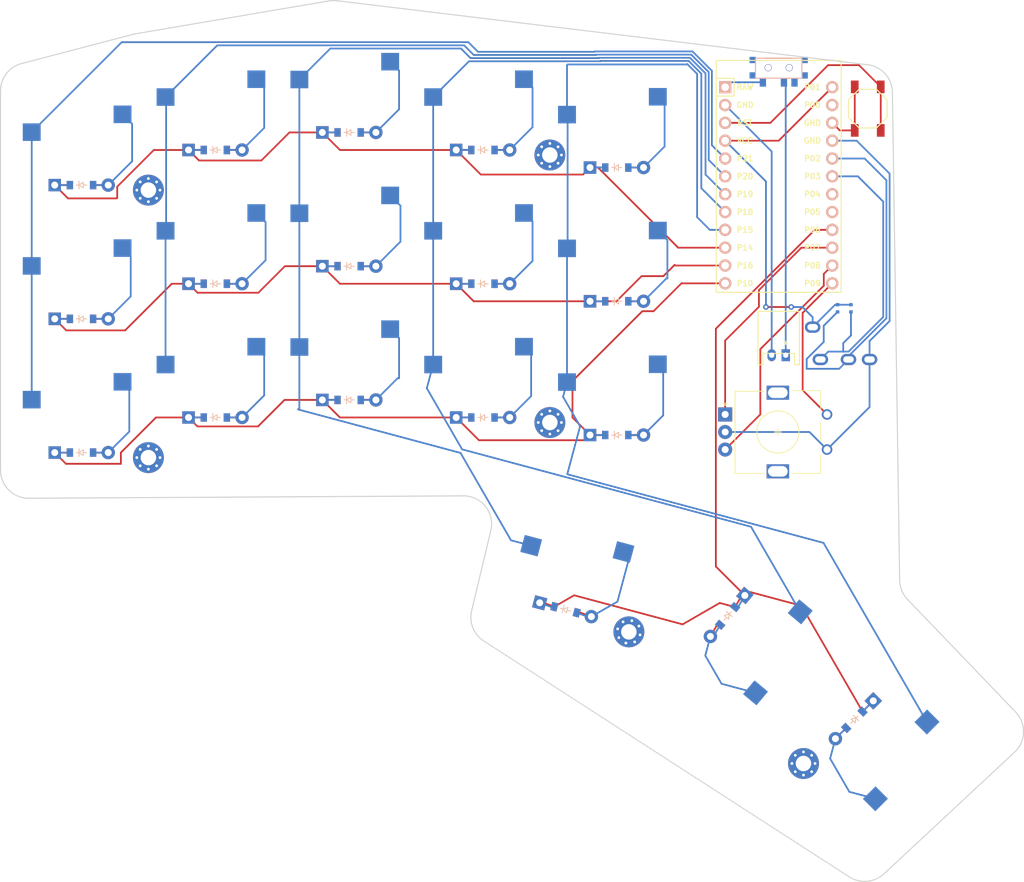
<source format=kicad_pcb>
(kicad_pcb (version 20221018) (generator pcbnew)
  (title_block (title "juubo_left") (rev "v1.0.0") (company "Unknown"))
  (layers (0 "F.Cu" signal) (31 "B.Cu" signal) (34 "B.Paste" user) (35 "F.Paste" user) (36 "B.SilkS" user "B.Silkscreen") (37 "F.SilkS" user "F.Silkscreen") (38 "B.Mask" user) (39 "F.Mask" user) (44 "Edge.Cuts" user))
  (net 0 "")
  (net 1 "P9")
  (net 2 "GND")
  (net 3 "P7")
  (net 4 "P8")
  (net 5 "P21")
  (net 6 "pinky_bottom")
  (net 7 "pinky_home")
  (net 8 "pinky_top")
  (net 9 "P20")
  (net 10 "ring_bottom")
  (net 11 "ring_home")
  (net 12 "ring_top")
  (net 13 "P19")
  (net 14 "middle_bottom")
  (net 15 "middle_home")
  (net 16 "middle_top")
  (net 17 "P18")
  (net 18 "index_bottom")
  (net 19 "index_home")
  (net 20 "index_top")
  (net 21 "P15")
  (net 22 "inner_bottom")
  (net 23 "inner_home")
  (net 24 "inner_top")
  (net 25 "layer_cluster")
  (net 26 "space_cluster")
  (net 27 "extra_cluster")
  (net 28 "P10")
  (net 29 "P16")
  (net 30 "P14")
  (net 31 "P6")
  (net 32 "RAW")
  (net 33 "RST")
  (net 34 "VCC")
  (net 35 "P0")
  (net 36 "P2")
  (net 37 "P3")
  (net 38 "P4")
  (net 39 "P5")
  (net 40 "B+")
  (footprint "E73:SPDT_C128955" (layer "F.Cu") (at 187.613786 48.115911)
    (fp_text reference "T1" hide)
    (fp_text value "" hide)
  )
  (footprint "E73:SW_TACT_ALPS_SKQGABE010" (layer "F.Cu") (at 200.291286 53.94591 90)
    (fp_text reference "B1" hide)
    (fp_text value "" hide)
  )
  (footprint "JST_PH_S2B-PH-K_02x2.00mm_Angled" (layer "F.Cu") (at 187.613785 89.063409 180)
    (fp_text reference "JST1" hide)
    (fp_text value "" hide)
  )
  (footprint "ComboDiode" (layer "F.Cu") (at 107.413787 97.935909)
    (fp_text reference "D4" hide)
    (fp_text value "" hide)
  )
  (footprint "MX" (layer "F.Cu") (at 126.463783 52.335909)
    (fp_text reference "S9" hide)
    (fp_text value "" hide)
  )
  (footprint "ComboDiode" (layer "F.Cu") (at 107.413784 59.835912)
    (fp_text reference "D6" hide)
    (fp_text value "" hide)
  )
  (footprint "TRRS-PJ-320A-dual" (layer "F.Cu") (at 203.748785 89.673409 -90)
    (fp_text reference "TRRS1")
    (fp_text value "TRRS-PJ-320A-dual")
  )
  (footprint "ComboDiode" (layer "F.Cu") (at 107.413783 78.885908)
    (fp_text reference "D5" hide)
    (fp_text value "" hide)
  )
  (footprint "MX" (layer "F.Cu") (at 88.363786 97.935909)
    (fp_text reference "S1" hide)
    (fp_text value "" hide)
  )
  (footprint "MX" (layer "F.Cu") (at 107.413785 54.83591)
    (fp_text reference "S6" hide)
    (fp_text value "" hide)
  )
  (footprint "ComboDiode" (layer "F.Cu") (at 164.563785 62.335911)
    (fp_text reference "D15" hide)
    (fp_text value "" hide)
  )
  (footprint "MX" (layer "F.Cu") (at 126.463784 90.435911)
    (fp_text reference "S7" hide)
    (fp_text value "" hide)
  )
  (footprint "MX" (layer "F.Cu") (at 145.513785 92.93591)
    (fp_text reference "S10" hide)
    (fp_text value "" hide)
  )
  (footprint "MountingHole_2.2mm_M2_Pad_Via" (layer "F.Cu") (at 155.038789 60.55091)
    (fp_text reference "_2" hide)
    (fp_text value "")
  )
  (footprint "rotary_encoder" (layer "F.Cu") (at 187.613785 100.045912)
    (fp_text reference "ROT1" hide)
    (fp_text value "")
  )
  (footprint "ComboDiode" (layer "F.Cu") (at 126.463784 76.385911)
    (fp_text reference "D8" hide)
    (fp_text value "" hide)
  )
  (footprint "ComboDiode" (layer "F.Cu") (at 126.463784 57.33591)
    (fp_text reference "D9" hide)
    (fp_text value "" hide)
  )
  (footprint "ComboDiode" (layer "F.Cu") (at 145.513784 78.88591)
    (fp_text reference "D11" hide)
    (fp_text value "" hide)
  )
  (footprint "MX" (layer "F.Cu") (at 158.563786 120.485912 -15)
    (fp_text reference "S16" hide)
    (fp_text value "" hide)
  )
  (footprint "ComboDiode" (layer "F.Cu") (at 88.363784 102.935911)
    (fp_text reference "D1" hide)
    (fp_text value "" hide)
  )
  (footprint "ComboDiode" (layer "F.Cu") (at 145.513785 97.935908)
    (fp_text reference "D10" hide)
    (fp_text value "" hide)
  )
  (footprint "ComboDiode" (layer "F.Cu") (at 164.563786 81.38591)
    (fp_text reference "D14" hide)
    (fp_text value "" hide)
  )
  (footprint "MountingHole_2.2mm_M2_Pad_Via" (layer "F.Cu") (at 155.038784 98.650911)
    (fp_text reference "_6" hide)
    (fp_text value "")
  )
  (footprint "ComboDiode" (layer "F.Cu") (at 126.463785 95.435911)
    (fp_text reference "D7" hide)
    (fp_text value "" hide)
  )
  (footprint "ProMicro" (layer "F.Cu") (at 187.613787 64.860909 -90)
    (fp_text reference "MCU1" hide)
    (fp_text value "" hide)
  )
  (footprint "MX" (layer "F.Cu") (at 145.513787 54.835911)
    (fp_text reference "S12" hide)
    (fp_text value "" hide)
  )
  (footprint "MX" (layer "F.Cu") (at 88.363785 59.835911)
    (fp_text reference "S3" hide)
    (fp_text value "" hide)
  )
  (footprint "MX" (layer "F.Cu") (at 145.513785 73.885909)
    (fp_text reference "S11" hide)
    (fp_text value "" hide)
  )
  (footprint "MountingHole_2.2mm_M2_Pad_Via" (layer "F.Cu") (at 97.888786 103.650911)
    (fp_text reference "_3" hide)
    (fp_text value "")
  )
  (footprint "MX" (layer "F.Cu") (at 184.174439 129.418819 -130)
    (fp_text reference "S17" hide)
    (fp_text value "" hide)
  )
  (footprint "MountingHole_2.2mm_M2_Pad_Via" (layer "F.Cu") (at 191.142682 147.220293 -135)
    (fp_text reference "_5" hide)
    (fp_text value "")
  )
  (footprint "ComboDiode" (layer "F.Cu") (at 88.363786 64.835909)
    (fp_text reference "D3" hide)
    (fp_text value "" hide)
  )
  (footprint "ComboDiode" (layer "F.Cu") (at 157.269692 125.315539 -15)
    (fp_text reference "D16" hide)
    (fp_text value "" hide)
  )
  (footprint "ComboDiode" (layer "F.Cu") (at 88.363785 83.885911)
    (fp_text reference "D2" hide)
    (fp_text value "" hide)
  )
  (footprint "MX" (layer "F.Cu") (at 201.918989 144.526213 -135)
    (fp_text reference "S18" hide)
    (fp_text value "" hide)
  )
  (footprint "MountingHole_2.2mm_M2_Pad_Via" (layer "F.Cu") (at 166.28508 128.47143 -15)
    (fp_text reference "_4" hide)
    (fp_text value "")
  )
  (footprint "ComboDiode" (layer "F.Cu") (at 164.563786 100.43591)
    (fp_text reference "D13" hide)
    (fp_text value "" hide)
  )
  (footprint "MX" (layer "F.Cu") (at 107.413786 92.935912)
    (fp_text reference "S4" hide)
    (fp_text value "" hide)
  )
  (footprint "MountingHole_2.2mm_M2_Pad_Via" (layer "F.Cu") (at 97.888787 65.55091)
    (fp_text reference "_1" hide)
    (fp_text value "")
  )
  (footprint "MX" (layer "F.Cu") (at 88.363785 78.885908)
    (fp_text reference "S2" hide)
    (fp_text value "" hide)
  )
  (footprint "MX" (layer "F.Cu") (at 164.563785 57.335911)
    (fp_text reference "S15" hide)
    (fp_text value "" hide)
  )
  (footprint "MX" (layer "F.Cu") (at 126.463787 71.385911)
    (fp_text reference "S8" hide)
    (fp_text value "" hide)
  )
  (footprint "ComboDiode" (layer "F.Cu") (at 198.383457 140.990682 -135)
    (fp_text reference "D18" hide)
    (fp_text value "" hide)
  )
  (footprint "MX" (layer "F.Cu") (at 164.563783 76.385911)
    (fp_text reference "S14" hide)
    (fp_text value "" hide)
  )
  (footprint "ComboDiode" (layer "F.Cu") (at 180.344219 126.204878 -130)
    (fp_text reference "D17" hide)
    (fp_text value "" hide)
  )
  (footprint "MX" (layer "F.Cu") (at 107.413784 73.88591)
    (fp_text reference "S5" hide)
    (fp_text value "" hide)
  )
  (footprint "MX" (layer "F.Cu") (at 164.563786 95.435911)
    (fp_text reference "S13" hide)
    (fp_text value "" hide)
  )
  (footprint "ComboDiode" (layer "F.Cu") (at 145.513787 59.835909)
    (fp_text reference "D12" hide)
    (fp_text value "" hide)
  )
  (footprint "RES_ERJ2RKF4701X" (layer "B.Cu") (at 197.901286 82.385911 -90)
    (fp_text reference "DISP1" hide)
    (fp_text value "RES_ERJ2RKF4701X")
  )
  (footprint "RES_ERJ2RKF4701X" (layer "B.Cu") (at 195.996287 82.385909 -90)
    (fp_text reference "DISP2" hide)
    (fp_text value "RES_ERJ2RKF4701X")
  )
  (gr_arc (start 202.574223 162.941307) (mid 200.2 164) (end 197.676477 163.375839) (stroke (width 0.15)) (layer "Edge.Cuts"))
  (gr_arc (start 142.722221 109.098913) (mid 145.877217 110.612025) (end 146.634761 114.028112) (stroke (width 0.15)) (layer "Edge.Cuts"))
  (gr_arc (start 95.717823 43.355782) (mid 95.889609 43.314727) (end 96.063039 43.281294) (stroke (width 0.15)) (layer "Edge.Cuts"))
  (gr_arc (start 123.58592 38.603279) (mid 124.159797 38.547878) (end 124.735675 38.575565) (stroke (width 0.15)) (layer "Edge.Cuts"))
  (gr_line (start 96.063039 43.281294) (end 123.58592 38.603279) (stroke (width 0.15)) (layer "Edge.Cuts"))
  (gr_line (start 142.722221 109.098913) (end 80.860764 109.438811) (stroke (width 0.15)) (layer "Edge.Cuts"))
  (gr_line (start 197.688861 163.388522) (end 145.621497 129.763273) (stroke (width 0.15)) (layer "Edge.Cuts"))
  (gr_arc (start 80.860763 109.438813) (mid 78.018185 108.27504) (end 76.838785 105.438871) (stroke (width 0.15)) (layer "Edge.Cuts"))
  (gr_line (start 203.800645 51.608921) (end 204.832746 121.127688) (stroke (width 0.15)) (layer "Edge.Cuts"))
  (gr_line (start 205.945229 123.836839) (end 221.356715 139.908255) (stroke (width 0.15)) (layer "Edge.Cuts"))
  (gr_arc (start 76.838784 51.396523) (mid 77.67162 48.953369) (end 79.823311 47.527571) (stroke (width 0.15)) (layer "Edge.Cuts"))
  (gr_line (start 124.735675 38.575565) (end 200.280578 47.697146) (stroke (width 0.15)) (layer "Edge.Cuts"))
  (gr_arc (start 205.945229 123.836839) (mid 205.132139 122.587738) (end 204.832746 121.127688) (stroke (width 0.15)) (layer "Edge.Cuts"))
  (gr_arc (start 200.280578 47.697143) (mid 202.774498 48.99265) (end 203.800645 51.608921) (stroke (width 0.15)) (layer "Edge.Cuts"))
  (gr_arc (start 145.621497 129.763273) (mid 144.079016 127.892173) (end 143.900962 125.473809) (stroke (width 0.15)) (layer "Edge.Cuts"))
  (gr_arc (start 221.356718 139.908254) (mid 222.468094 142.788701) (end 221.197355 145.60246) (stroke (width 0.15)) (layer "Edge.Cuts"))
  (gr_line (start 76.838785 105.438871) (end 76.838784 51.396523) (stroke (width 0.15)) (layer "Edge.Cuts"))
  (gr_line (start 221.197355 145.60246) (end 202.58661 162.953987) (stroke (width 0.15)) (layer "Edge.Cuts"))
  (gr_line (start 79.823311 47.527571) (end 95.717823 43.355782) (stroke (width 0.15)) (layer "Edge.Cuts"))
  (gr_line (start 143.900962 125.473809) (end 146.634761 114.028112) (stroke (width 0.15)) (layer "Edge.Cuts"))
  (segment (start 191.023785 94.035912) (end 191.023785 83.040911) (width 0.25) (layer "F.Cu") (net 1))
  (segment (start 194.493785 97.505912) (end 191.023785 94.035912) (width 0.25) (layer "F.Cu") (net 1))
  (segment (start 191.023785 83.040911) (end 195.233787 78.830909) (width 0.25) (layer "F.Cu") (net 1))
  (segment (start 198.441286 57.04591) (end 196.308788 57.04591) (width 0.25) (layer "F.Cu") (net 2))
  (segment (start 198.441286 57.04591) (end 198.441286 50.84591) (width 0.25) (layer "F.Cu") (net 2))
  (segment (start 196.308788 57.04591) (end 195.233787 55.970909) (width 0.25) (layer "F.Cu") (net 2))
  (segment (start 203.4 84.2) (end 203.4 63.2) (width 0.25) (layer "B.Cu") (net 2))
  (segment (start 194.493785 102.505912) (end 200.548785 96.450912) (width 0.25) (layer "B.Cu") (net 2))
  (segment (start 198.710909 58.510909) (end 195.233787 58.510909) (width 0.25) (layer "B.Cu") (net 2))
  (segment (start 179.993785 100.005912) (end 191.993785 100.005912) (width 0.25) (layer "B.Cu") (net 2))
  (segment (start 186.613785 60.050907) (end 179.993787 53.430909) (width 0.25) (layer "B.Cu") (net 2))
  (segment (start 191.993785 100.005912) (end 194.493785 102.505912) (width 0.25) (layer "B.Cu") (net 2))
  (segment (start 200.548785 96.450912) (end 200.548785 89.673409) (width 0.25) (layer "B.Cu") (net 2))
  (segment (start 203.4 63.2) (end 198.710909 58.510909) (width 0.25) (layer "B.Cu") (net 2))
  (segment (start 200.548785 87.051215) (end 203.4 84.2) (width 0.25) (layer "B.Cu") (net 2))
  (segment (start 186.613785 89.063409) (end 186.613785 60.050907) (width 0.25) (layer "B.Cu") (net 2))
  (segment (start 200.548785 89.673409) (end 200.548785 87.051215) (width 0.25) (layer "B.Cu") (net 2))
  (segment (start 179.993785 97.505912) (end 179.993785 86.98091) (width 0.25) (layer "F.Cu") (net 3))
  (segment (start 184.8 82.174695) (end 184.8 79.8) (width 0.25) (layer "F.Cu") (net 3))
  (segment (start 190.849091 73.750909) (end 195.233787 73.750909) (width 0.25) (layer "F.Cu") (net 3))
  (segment (start 179.993785 86.98091) (end 184.8 82.174695) (width 0.25) (layer "F.Cu") (net 3))
  (segment (start 184.8 79.8) (end 190.849091 73.750909) (width 0.25) (layer "F.Cu") (net 3))
  (segment (start 179.993785 102.505912) (end 185 97.499697) (width 0.25) (layer "F.Cu") (net 4))
  (segment (start 194.032487 77.492209) (end 195.233787 76.290909) (width 0.25) (layer "F.Cu") (net 4))
  (segment (start 194.032487 79.167513) (end 194.032487 77.492209) (width 0.25) (layer "F.Cu") (net 4))
  (segment (start 185 97.499697) (end 185 88.2) (width 0.25) (layer "F.Cu") (net 4))
  (segment (start 185 88.2) (end 194.032487 79.167513) (width 0.25) (layer "F.Cu") (net 4))
  (segment (start 144.8 45.85) (end 161.4 45.85) (width 0.25) (layer "B.Cu") (net 5))
  (segment (start 81.278785 57.295911) (end 81.278786 76.345909) (width 0.25) (layer "B.Cu") (net 5))
  (segment (start 81.278785 57.295911) (end 94.093787 44.480909) (width 0.25) (layer "B.Cu") (net 5))
  (segment (start 175.345584 45.8) (end 178.1 48.554416) (width 0.25) (layer "B.Cu") (net 5))
  (segment (start 178.1 48.554416) (end 178.1 59.157122) (width 0.25) (layer "B.Cu") (net 5))
  (segment (start 94.093787 44.480909) (end 143.430909 44.480909) (width 0.25) (layer "B.Cu") (net 5))
  (segment (start 161.45 45.8) (end 175.345584 45.8) (width 0.25) (layer "B.Cu") (net 5))
  (segment (start 143.430909 44.480909) (end 144.8 45.85) (width 0.25) (layer "B.Cu") (net 5))
  (segment (start 161.4 45.85) (end 161.45 45.8) (width 0.25) (layer "B.Cu") (net 5))
  (segment (start 178.1 59.157122) (end 179.993787 61.050909) (width 0.25) (layer "B.Cu") (net 5))
  (segment (start 81.278786 76.345909) (end 81.278787 95.39591) (width 0.25) (layer "B.Cu") (net 5))
  (segment (start 90.013783 102.93591) (end 92.173783 102.935911) (width 0.25) (layer "F.Cu") (net 6))
  (segment (start 95.172232 93.822356) (end 94.205786 92.85591) (width 0.25) (layer "B.Cu") (net 6))
  (segment (start 92.173784 102.93591) (end 95.172232 99.937463) (width 0.25) (layer "B.Cu") (net 6))
  (segment (start 92.173783 102.935911) (end 90.013783 102.93591) (width 0.25) (layer "B.Cu") (net 6))
  (segment (start 95.172232 99.937463) (end 95.172232 93.822356) (width 0.25) (layer "B.Cu") (net 6))
  (segment (start 92.173785 83.885908) (end 90.013785 83.885908) (width 0.25) (layer "F.Cu") (net 7))
  (segment (start 90.013785 83.885908) (end 92.173785 83.885908) (width 0.25) (layer "B.Cu") (net 7))
  (segment (start 95.372232 80.687464) (end 95.372231 74.972355) (width 0.25) (layer "B.Cu") (net 7))
  (segment (start 92.173786 83.885911) (end 95.372232 80.687464) (width 0.25) (layer "B.Cu") (net 7))
  (segment (start 95.372231 74.972355) (end 94.205786 73.805909) (width 0.25) (layer "B.Cu") (net 7))
  (segment (start 90.013784 64.835913) (end 92.173786 64.835909) (width 0.25) (layer "F.Cu") (net 8))
  (segment (start 95.572232 61.437463) (end 95.572232 56.122358) (width 0.25) (layer "B.Cu") (net 8))
  (segment (start 95.572232 56.122358) (end 94.205785 54.755911) (width 0.25) (layer "B.Cu") (net 8))
  (segment (start 92.173786 64.835909) (end 90.013784 64.835913) (width 0.25) (layer "B.Cu") (net 8))
  (segment (start 92.173786 64.835909) (end 95.572232 61.437463) (width 0.25) (layer "B.Cu") (net 8))
  (segment (start 177.65 48.740812) (end 177.65 61.247122) (width 0.25) (layer "B.Cu") (net 9))
  (segment (start 100.328784 90.395909) (end 100.328785 90.395912) (width 0.25) (layer "B.Cu") (net 9))
  (segment (start 100.413788 52.380911) (end 100.413787 71.260908) (width 0.25) (layer "B.Cu") (net 9))
  (segment (start 107.693786 44.930909) (end 142.830909 44.930909) (width 0.25) (layer "B.Cu") (net 9))
  (segment (start 100.328783 71.345911) (end 100.328784 90.395909) (width 0.25) (layer "B.Cu") (net 9))
  (segment (start 161.6 46.3) (end 161.65 46.25) (width 0.25) (layer "B.Cu") (net 9))
  (segment (start 100.413787 71.260908) (end 100.328783 71.345911) (width 0.25) (layer "B.Cu") (net 9))
  (segment (start 100.328785 52.29591) (end 100.413788 52.380911) (width 0.25) (layer "B.Cu") (net 9))
  (segment (start 177.65 61.247122) (end 179.993787 63.590909) (width 0.25) (layer "B.Cu") (net 9))
  (segment (start 161.65 46.25) (end 175.159188 46.25) (width 0.25) (layer "B.Cu") (net 9))
  (segment (start 175.159188 46.25) (end 177.65 48.740812) (width 0.25) (layer "B.Cu") (net 9))
  (segment (start 142.830909 44.930909) (end 144.2 46.3) (width 0.25) (layer "B.Cu") (net 9))
  (segment (start 100.328785 52.29591) (end 107.693786 44.930909) (width 0.25) (layer "B.Cu") (net 9))
  (segment (start 144.2 46.3) (end 161.6 46.3) (width 0.25) (layer "B.Cu") (net 9))
  (segment (start 111.223787 97.93591) (end 109.063785 97.93591) (width 0.25) (layer "F.Cu") (net 10))
  (segment (start 114.372232 94.787465) (end 114.372231 88.972358) (width 0.25) (layer "B.Cu") (net 10))
  (segment (start 111.223787 97.93591) (end 114.372232 94.787465) (width 0.25) (layer "B.Cu") (net 10))
  (segment (start 109.063785 97.93591) (end 111.223787 97.93591) (width 0.25) (layer "B.Cu") (net 10))
  (segment (start 114.372231 88.972358) (end 113.255787 87.855911) (width 0.25) (layer "B.Cu") (net 10))
  (segment (start 109.063783 78.88591) (end 111.223784 78.885908) (width 0.25) (layer "F.Cu") (net 11))
  (segment (start 114.572232 75.537461) (end 114.572231 70.122359) (width 0.25) (layer "B.Cu") (net 11))
  (segment (start 111.223783 78.88591) (end 114.572232 75.537461) (width 0.25) (layer "B.Cu") (net 11))
  (segment (start 114.572231 70.122359) (end 113.255784 68.805911) (width 0.25) (layer "B.Cu") (net 11))
  (segment (start 111.223784 78.885908) (end 109.063783 78.88591) (width 0.25) (layer "B.Cu") (net 11))
  (segment (start 111.223787 59.835909) (end 109.063786 59.835908) (width 0.25) (layer "F.Cu") (net 12))
  (segment (start 114.372231 50.872356) (end 113.255785 49.755909) (width 0.25) (layer "B.Cu") (net 12))
  (segment (start 109.063786 59.835908) (end 111.223787 59.835909) (width 0.25) (layer "B.Cu") (net 12))
  (segment (start 111.223783 59.835912) (end 114.372232 56.687464) (width 0.25) (layer "B.Cu") (net 12))
  (segment (start 114.372232 56.687464) (end 114.372231 50.872356) (width 0.25) (layer "B.Cu") (net 12))
  (segment (start 119.378787 87.895908) (end 119.378784 87.895911) (width 0.25) (layer "B.Cu") (net 13))
  (segment (start 174.972792 46.7) (end 177.2 48.927208) (width 0.25) (layer "B.Cu") (net 13))
  (segment (start 143.75 46.75) (end 162 46.75) (width 0.25) (layer "B.Cu") (net 13))
  (segment (start 142.323172 102.987514) (end 119.2 96.791679) (width 0.25) (layer "B.Cu") (net 13))
  (segment (start 162.05 46.7) (end 174.972792 46.7) (width 0.25) (layer "B.Cu") (net 13))
  (segment (start 142.380909 45.380909) (end 143.75 46.75) (width 0.25) (layer "B.Cu") (net 13))
  (segment (start 177.2 63.337122) (end 179.993787 66.130909) (width 0.25) (layer "B.Cu") (net 13))
  (segment (start 162 46.75) (end 162.05 46.7) (width 0.25) (layer "B.Cu") (net 13))
  (segment (start 119.378783 49.795908) (end 119.378784 68.845909) (width 0.25) (layer "B.Cu") (net 13))
  (segment (start 119.2 96.791679) (end 119.378784 96.612895) (width 0.25) (layer "B.Cu") (net 13))
  (segment (start 119.378787 68.845912) (end 119.378787 87.895908) (width 0.25) (layer "B.Cu") (net 13))
  (segment (start 119.378784 68.845909) (end 119.378787 68.845912) (width 0.25) (layer "B.Cu") (net 13))
  (segment (start 119.378784 96.612895) (end 119.378784 87.895911) (width 0.25) (layer "B.Cu") (net 13))
  (segment (start 177.2 48.927208) (end 177.2 63.337122) (width 0.25) (layer "B.Cu") (net 13))
  (segment (start 152.377603 116.198728) (end 149.506511 115.429421) (width 0.25) (layer "B.Cu") (net 13))
  (segment (start 149.506511 115.429421) (end 142.323172 102.987514) (width 0.25) (layer "B.Cu") (net 13))
  (segment (start 119.378783 49.795909) (end 123.793783 45.380909) (width 0.25) (layer "B.Cu") (net 13))
  (segment (start 123.793783 45.380909) (end 142.380909 45.380909) (width 0.25) (layer "B.Cu") (net 13))
  (segment (start 128.113785 95.435911) (end 130.273787 95.435911) (width 0.25) (layer "F.Cu") (net 14))
  (segment (start 133.377376 92.332319) (end 133.572232 92.33232) (width 0.25) (layer "B.Cu") (net 14))
  (segment (start 130.273785 95.435911) (end 133.377376 92.332319) (width 0.25) (layer "B.Cu") (net 14))
  (segment (start 130.273787 95.435911) (end 128.113785 95.435911) (width 0.25) (layer "B.Cu") (net 14))
  (segment (start 133.572232 86.622358) (end 132.305785 85.355911) (width 0.25) (layer "B.Cu") (net 14))
  (segment (start 133.572232 92.33232) (end 133.572232 86.622358) (width 0.25) (layer "B.Cu") (net 14))
  (segment (start 130.273785 76.38591) (end 128.113784 76.385908) (width 0.25) (layer "F.Cu") (net 15))
  (segment (start 133.772232 67.772357) (end 132.305786 66.305912) (width 0.25) (layer "B.Cu") (net 15))
  (segment (start 133.772232 72.887463) (end 133.772232 67.772357) (width 0.25) (layer "B.Cu") (net 15))
  (segment (start 128.113784 76.385908) (end 130.273785 76.38591) (width 0.25) (layer "B.Cu") (net 15))
  (segment (start 130.273782 76.385911) (end 133.772232 72.887463) (width 0.25) (layer "B.Cu") (net 15))
  (segment (start 128.113785 57.33591) (end 130.273785 57.335911) (width 0.25) (layer "F.Cu") (net 16))
  (segment (start 133.572233 54.037462) (end 133.572232 48.522356) (width 0.25) (layer "B.Cu") (net 16))
  (segment (start 130.273785 57.335911) (end 128.113785 57.33591) (width 0.25) (layer "B.Cu") (net 16))
  (segment (start 133.572232 48.522356) (end 132.305784 47.255908) (width 0.25) (layer "B.Cu") (net 16))
  (segment (start 130.273786 57.33591) (end 133.572233 54.037462) (width 0.25) (layer "B.Cu") (net 16))
  (segment (start 162.25 47.15) (end 174.786396 47.15) (width 0.25) (layer "B.Cu") (net 17))
  (segment (start 143.524698 47.2) (end 162.2 47.2) (width 0.25) (layer "B.Cu") (net 17))
  (segment (start 183.673254 113.497832) (end 142.548975 102.478616) (width 0.25) (layer "B.Cu") (net 17))
  (segment (start 138.428785 71.34591) (end 138.428785 90.395912) (width 0.25) (layer "B.Cu") (net 17))
  (segment (start 142.548975 102.478616) (end 137.523544 93.774313) (width 0.25) (layer "B.Cu") (net 17))
  (segment (start 162.2 47.2) (end 162.25 47.15) (width 0.25) (layer "B.Cu") (net 17))
  (segment (start 176.6 65.277122) (end 179.993787 68.670909) (width 0.25) (layer "B.Cu") (net 17))
  (segment (start 174.786396 47.15) (end 176.6 48.963604) (width 0.25) (layer "B.Cu") (net 17))
  (segment (start 137.523544 93.774313) (end 138.428785 90.39591) (width 0.25) (layer "B.Cu") (net 17))
  (segment (start 176.6 48.963604) (end 176.6 65.277122) (width 0.25) (layer "B.Cu") (net 17))
  (segment (start 190.674343 125.624074) (end 183.673254 113.497832) (width 0.25) (layer "B.Cu") (net 17))
  (segment (start 138.428787 52.295911) (end 143.524698 47.2) (width 0.25) (layer "B.Cu") (net 17))
  (segment (start 138.428788 71.345906) (end 138.428785 71.34591) (width 0.25) (layer "B.Cu") (net 17))
  (segment (start 138.428787 52.295911) (end 138.428788 71.345906) (width 0.25) (layer "B.Cu") (net 17))
  (segment (start 149.323783 97.935911) (end 147.163785 97.93591) (width 0.25) (layer "F.Cu") (net 18))
  (segment (start 152.372231 88.872359) (end 151.355785 87.855912) (width 0.25) (layer "B.Cu") (net 18))
  (segment (start 149.323785 97.935911) (end 152.372232 94.887463) (width 0.25) (layer "B.Cu") (net 18))
  (segment (start 152.372232 94.887463) (end 152.372231 88.872359) (width 0.25) (layer "B.Cu") (net 18))
  (segment (start 147.163785 97.93591) (end 149.323783 97.935911) (width 0.25) (layer "B.Cu") (net 18))
  (segment (start 147.163786 78.885912) (end 149.323785 78.885907) (width 0.25) (layer "F.Cu") (net 19))
  (segment (start 152.572233 70.022357) (end 151.355784 68.805909) (width 0.25) (layer "B.Cu") (net 19))
  (segment (start 149.323784 78.885911) (end 152.572232 75.637464) (width 0.25) (layer "B.Cu") (net 19))
  (segment (start 149.323785 78.885907) (end 147.163786 78.885912) (width 0.25) (layer "B.Cu") (net 19))
  (segment (start 152.572232 75.637464) (end 152.572233 70.022357) (width 0.25) (layer "B.Cu") (net 19))
  (segment (start 149.323785 59.83591) (end 147.163785 59.835909) (width 0.25) (layer "F.Cu") (net 20))
  (segment (start 147.163785 59.835909) (end 149.323785 59.83591) (width 0.25) (layer "B.Cu") (net 20))
  (segment (start 152.572232 56.587463) (end 152.572232 50.972355) (width 0.25) (layer "B.Cu") (net 20))
  (segment (start 149.323786 59.835909) (end 152.572232 56.587463) (width 0.25) (layer "B.Cu") (net 20))
  (segment (start 152.572232 50.972355) (end 151.355786 49.755911) (width 0.25) (layer "B.Cu") (net 20))
  (segment (start 159.343048 99.192616) (end 157.513027 106.022347) (width 0.25) (layer "B.Cu") (net 21))
  (segment (start 157.478784 92.895908) (end 157.478786 92.89591) (width 0.25) (layer "B.Cu") (net 21))
  (segment (start 157.6 47.65) (end 174.55 47.65) (width 0.25) (layer "B.Cu") (net 21))
  (segment (start 157.563789 73.760904) (end 157.478783 73.845911) (width 0.25) (layer "B.Cu") (net 21))
  (segment (start 157.478785 47.771215) (end 157.6 47.65) (width 0.25) (layer "B.Cu") (net 21))
  (segment (start 157.478786 92.895911) (end 156.917357 94.991193) (width 0.25) (layer "B.Cu") (net 21))
  (segment (start 157.563789 54.880912) (end 157.563789 73.760904) (width 0.25) (layer "B.Cu") (net 21))
  (segment (start 156.917357 94.991193) (end 159.343048 99.192616) (width 0.25) (layer "B.Cu") (net 21))
  (segment (start 177.810909 71.210909) (end 179.993787 71.210909) (width 0.25) (layer "B.Cu") (net 21))
  (segment (start 157.478786 54.79591) (end 157.563789 54.880912) (width 0.25) (layer "B.Cu") (net 21))
  (segment (start 176 49) (end 176 69.4) (width 0.25) (layer "B.Cu") (net 21))
  (segment (start 176 69.4) (end 177.810909 71.210909) (width 0.25) (layer "B.Cu") (net 21))
  (segment (start 157.513027 106.022347) (end 193.99375 115.797328) (width 0.25) (layer "B.Cu") (net 21))
  (segment (start 157.478783 73.845911) (end 157.478784 92.895908) (width 0.25) (layer "B.Cu") (net 21))
  (segment (start 174.55 47.65) (end 174.6 47.6) (width 0.25) (layer "B.Cu") (net 21))
  (segment (start 174.6 47.6) (end 176 49) (width 0.25) (layer "B.Cu") (net 21))
  (segment (start 193.99375 115.797328) (end 208.724891 141.312414) (width 0.25) (layer "B.Cu") (net 21))
  (segment (start 157.478785 54.795911) (end 157.478785 47.771215) (width 0.25) (layer "B.Cu") (net 21))
  (segment (start 166.213786 100.435911) (end 168.373787 100.435911) (width 0.25) (layer "F.Cu") (net 22))
  (segment (start 171.172233 97.637464) (end 171.172233 91.122355) (width 0.25) (layer "B.Cu") (net 22))
  (segment (start 168.373787 100.435911) (end 166.213786 100.435911) (width 0.25) (layer "B.Cu") (net 22))
  (segment (start 171.172233 91.122355) (end 170.405786 90.355911) (width 0.25) (layer "B.Cu") (net 22))
  (segment (start 168.373786 100.435909) (end 171.172233 97.637464) (width 0.25) (layer "B.Cu") (net 22))
  (segment (start 168.373783 81.385909) (end 166.213787 81.38591) (width 0.25) (layer "F.Cu") (net 23))
  (segment (start 171.627376 78.13232) (end 171.772232 78.13232) (width 0.25) (layer "B.Cu") (net 23))
  (segment (start 168.373787 81.385909) (end 171.627376 78.13232) (width 0.25) (layer "B.Cu") (net 23))
  (segment (start 166.213787 81.38591) (end 168.373783 81.385909) (width 0.25) (layer "B.Cu") (net 23))
  (segment (start 171.772232 72.67236) (end 170.405781 71.305911) (width 0.25) (layer "B.Cu") (net 23))
  (segment (start 171.772232 78.13232) (end 171.772232 72.67236) (width 0.25) (layer "B.Cu") (net 23))
  (segment (start 166.213786 62.335911) (end 168.373784 62.33591) (width 0.25) (layer "F.Cu") (net 24))
  (segment (start 171.372232 53.222354) (end 170.405786 52.255911) (width 0.25) (layer "B.Cu") (net 24))
  (segment (start 168.373784 62.33591) (end 166.213786 62.335911) (width 0.25) (layer "B.Cu") (net 24))
  (segment (start 171.372232 59.337463) (end 171.372232 53.222354) (width 0.25) (layer "B.Cu") (net 24))
  (segment (start 168.373784 62.335911) (end 171.372232 59.337463) (width 0.25) (layer "B.Cu") (net 24))
  (segment (start 160.949869 126.30164) (end 159.104758 125.630075) (width 0.25) (layer "F.Cu") (net 25))
  (segment (start 159.104758 125.630075) (end 158.863468 125.74259) (width 0.25) (layer "F.Cu") (net 25))
  (segment (start 166.228349 118.315284) (end 165.521525 117.09103) (width 0.25) (layer "B.Cu") (net 25))
  (segment (start 160.949869 126.30164) (end 164.662805 124.157976) (width 0.25) (layer "B.Cu") (net 25))
  (segment (start 160.708577 126.414157) (end 160.949869 126.30164) (width 0.25) (layer "B.Cu") (net 25))
  (segment (start 164.662805 124.157976) (end 166.228349 118.315284) (width 0.25) (layer "B.Cu") (net 25))
  (segment (start 158.863468 125.74259) (end 160.708577 126.414157) (width 0.25) (layer "B.Cu") (net 25))
  (segment (start 178.771249 127.60614) (end 179.283619 127.468853) (width 0.25) (layer "F.Cu") (net 26))
  (segment (start 177.895197 129.123508) (end 178.771249 127.60614) (width 0.25) (layer "F.Cu") (net 26))
  (segment (start 178.407567 128.98622) (end 177.895197 129.123508) (width 0.25) (layer "B.Cu") (net 26))
  (segment (start 179.478079 135.864494) (end 184.310781 137.159412) (width 0.25) (layer "B.Cu") (net 26))
  (segment (start 177.895197 129.123507) (end 177.163265 131.855117) (width 0.25) (layer "B.Cu") (net 26))
  (segment (start 177.163265 131.855117) (end 179.478079 135.864494) (width 0.25) (layer "B.Cu") (net 26))
  (segment (start 179.283619 127.468853) (end 178.407567 128.98622) (width 0.25) (layer "B.Cu") (net 26))
  (segment (start 195.68938 143.68476) (end 197.216731 142.157409) (width 0.25) (layer "F.Cu") (net 27))
  (segment (start 197.672258 151.255701) (end 201.380174 152.249235) (width 0.25) (layer "B.Cu") (net 27))
  (segment (start 194.932349 146.510039) (end 197.672258 151.255701) (width 0.25) (layer "B.Cu") (net 27))
  (segment (start 195.68938 143.68476) (end 194.932349 146.510039) (width 0.25) (layer "B.Cu") (net 27))
  (segment (start 197.216731 142.157409) (end 195.68938 143.68476) (width 0.25) (layer "B.Cu") (net 27))
  (segment (start 84.553783 102.935909) (end 86.713786 102.935908) (width 0.25) (layer "F.Cu") (net 28))
  (segment (start 173.830909 78.830909) (end 179.993787 78.830909) (width 0.25) (layer "F.Cu") (net 28))
  (segment (start 160.753786 100.43591) (end 158.257886 97.94001) (width 0.25) (layer "F.Cu") (net 28))
  (segment (start 158.257886 92.740161) (end 168.198047 82.8) (width 0.25) (layer "F.Cu") (net 28))
  (segment (start 141.703785 97.935911) (end 144.943785 101.175911) (width 0.25) (layer "F.Cu") (net 28))
  (segment (start 105.763787 97.935909) (end 103.603785 97.935911) (width 0.25) (layer "F.Cu") (net 28))
  (segment (start 173.8 78.8) (end 173.830909 78.830909) (width 0.25) (layer "F.Cu") (net 28))
  (segment (start 122.653785 95.435911) (end 125.153786 97.93591) (width 0.25) (layer "F.Cu") (net 28))
  (segment (start 104.881287 99.213409) (end 113.491142 99.21341) (width 0.25) (layer "F.Cu") (net 28))
  (segment (start 98.968642 97.935909) (end 103.603786 97.93591) (width 0.25) (layer "F.Cu") (net 28))
  (segment (start 122.653786 95.435908) (end 124.813786 95.435911) (width 0.25) (layer "F.Cu") (net 28))
  (segment (start 143.863785 97.935912) (end 141.703785 97.93591) (width 0.25) (layer "F.Cu") (net 28))
  (segment (start 144.943785 101.175911) (end 160.013784 101.17591) (width 0.25) (layer "F.Cu") (net 28))
  (segment (start 160.013784 101.17591) (end 160.753786 100.43591) (width 0.25) (layer "F.Cu") (net 28))
  (segment (start 160.753786 100.435909) (end 162.913785 100.435908) (width 0.25) (layer "F.Cu") (net 28))
  (segment (start 168.198047 82.8) (end 169.8 82.8) (width 0.25) (layer "F.Cu") (net 28))
  (segment (start 169.8 82.8) (end 173.8 78.8) (width 0.25) (layer "F.Cu") (net 28))
  (segment (start 125.153786 97.93591) (end 141.703785 97.935911) (width 0.25) (layer "F.Cu") (net 28))
  (segment (start 103.603786 97.93591) (end 104.881287 99.213409) (width 0.25) (layer "F.Cu") (net 28))
  (segment (start 158.257886 97.94001) (end 158.257886 92.740161) (width 0.25) (layer "F.Cu") (net 28))
  (segment (start 113.491142 99.21341) (end 117.268641 95.435911) (width 0.25) (layer "F.Cu") (net 28))
  (segment (start 93.972231 104.53232) (end 93.972232 102.932319) (width 0.25) (layer "F.Cu") (net 28))
  (segment (start 86.150193 104.532319) (end 93.972231 104.53232) (width 0.25) (layer "F.Cu") (net 28))
  (segment (start 117.268641 95.435911) (end 122.653785 95.435911) (width 0.25) (layer "F.Cu") (net 28))
  (segment (start 84.553784 102.935911) (end 86.150193 104.532319) (width 0.25) (layer "F.Cu") (net 28))
  (segment (start 93.972232 102.932319) (end 98.968642 97.935909) (width 0.25) (layer "F.Cu") (net 28))
  (segment (start 103.603785 97.935911) (end 105.763787 97.935909) (width 0.25) (layer "B.Cu") (net 28))
  (segment (start 162.913785 100.435908) (end 160.753786 100.435909) (width 0.25) (layer "B.Cu") (net 28))
  (segment (start 124.813786 95.435911) (end 122.653786 95.435908) (width 0.25) (layer "B.Cu") (net 28))
  (segment (start 86.713786 102.935908) (end 84.553783 102.935909) (width 0.25) (layer "B.Cu") (net 28))
  (segment (start 141.703785 97.93591) (end 143.863785 97.935912) (width 0.25) (layer "B.Cu") (net 28))
  (segment (start 103.603785 78.88591) (end 105.763783 78.885912) (width 0.25) (layer "F.Cu") (net 29))
  (segment (start 171.2 77.8) (end 172.8 76.2) (width 0.25) (layer "F.Cu") (net 29))
  (segment (start 141.703785 78.885911) (end 144.203784 81.38591) (width 0.25) (layer "F.Cu") (net 29))
  (segment (start 172.8 76.2) (end 172.890909 76.290909) (width 0.25) (layer "F.Cu") (net 29))
  (segment (start 84.553785 83.885911) (end 86.200194 85.53232) (width 0.25) (layer "F.Cu") (net 29))
  (segment (start 141.703786 78.885911) (end 143.863785 78.885908) (width 0.25) (layer "F.Cu") (net 29))
  (segment (start 113.541142 80.16341) (end 117.318641 76.385911) (width 0.25) (layer "F.Cu") (net 29))
  (segment (start 86.713784 83.885909) (end 84.553785 83.885909) (width 0.25) (layer "F.Cu") (net 29))
  (segment (start 104.881283 80.16341) (end 113.541142 80.16341) (width 0.25) (layer "F.Cu") (net 29))
  (segment (start 172.890909 76.290909) (end 179.993787 76.290909) (width 0.25) (layer "F.Cu") (net 29))
  (segment (start 124.813784 76.385911) (end 122.653786 76.38591) (width 0.25) (layer "F.Cu") (net 29))
  (segment (start 122.653784 76.38591) (end 125.153784 78.88591) (width 0.25) (layer "F.Cu") (net 29))
  (segment (start 101.218642 78.885909) (end 103.603783 78.88591) (width 0.25) (layer "F.Cu") (net 29))
  (segment (start 162.913784 81.38591) (end 160.753786 81.385909) (width 0.25) (layer "F.Cu") (net 29))
  (segment (start 94.572231 85.53232) (end 101.218642 78.885909) (width 0.25) (layer "F.Cu") (net 29))
  (segment (start 125.153784 78.88591) (end 141.703785 78.885911) (width 0.25) (layer "F.Cu") (net 29))
  (segment (start 103.603783 78.88591) (end 104.881283 80.16341) (width 0.25) (layer "F.Cu") (net 29))
  (segment (start 168.099696 77.8) (end 171.2 77.8) (width 0.25) (layer "F.Cu") (net 29))
  (segment (start 144.203784 81.38591) (end 160.753786 81.38591) (width 0.25) (layer "F.Cu") (net 29))
  (segment (start 164.513786 81.38591) (end 168.099696 77.8) (width 0.25) (layer "F.Cu") (net 29))
  (segment (start 86.200194 85.53232) (end 94.572231 85.53232) (width 0.25) (layer "F.Cu") (net 29))
  (segment (start 160.753786 81.38591) (end 164.513786 81.38591) (width 0.25) (layer "F.Cu") (net 29))
  (segment (start 117.318641 76.385911) (end 122.653784 76.38591) (width 0.25) (layer "F.Cu") (net 29))
  (segment (start 160.753786 81.385909) (end 162.913784 81.38591) (width 0.25) (layer "B.Cu") (net 29))
  (segment (start 122.653786 76.38591) (end 124.813784 76.385911) (width 0.25) (layer "B.Cu") (net 29))
  (segment (start 105.763783 78.885912) (end 103.603785 78.88591) (width 0.25) (layer "B.Cu") (net 29))
  (segment (start 84.553785 83.885909) (end 86.713784 83.885909) (width 0.25) (layer "B.Cu") (net 29))
  (segment (start 143.863785 78.885908) (end 141.703786 78.885911) (width 0.25) (layer "B.Cu") (net 29))
  (segment (start 122.653788 57.335911) (end 124.813787 57.335909) (width 0.25) (layer "F.Cu") (net 30))
  (segment (start 84.553785 64.83591) (end 86.713786 64.835908) (width 0.25) (layer "F.Cu") (net 30))
  (segment (start 122.653785 57.33591) (end 125.153784 59.835909) (width 0.25) (layer "F.Cu") (net 30))
  (segment (start 93.451285 66.653265) (end 93.451287 65.053265) (width 0.25) (layer "F.Cu") (net 30))
  (segment (start 160.753783 62.335911) (end 162.913787 62.33591) (width 0.25) (layer "F.Cu") (net 30))
  (segment (start 98.66864 59.835912) (end 103.603784 59.835912) (width 0.25) (layer "F.Cu") (net 30))
  (segment (start 160.753785 62.335911) (end 161.892785 62.335911) (width 0.25) (layer "F.Cu") (net 30))
  (segment (start 143.863785 59.835911) (end 141.703787 59.835908) (width 0.25) (layer "F.Cu") (net 30))
  (segment (start 103.603784 59.835912) (end 105.100192 61.332319) (width 0.25) (layer "F.Cu") (net 30))
  (segment (start 117.968642 57.335909) (end 122.653785 57.33591) (width 0.25) (layer "F.Cu") (net 30))
  (segment (start 93.372232 66.73232) (end 93.451285 66.653265) (width 0.25) (layer "F.Cu") (net 30))
  (segment (start 113.972233 61.33232) (end 117.968642 57.335909) (width 0.25) (layer "F.Cu") (net 30))
  (segment (start 125.153784 59.835909) (end 141.703786 59.835909) (width 0.25) (layer "F.Cu") (net 30))
  (segment (start 84.553786 64.835908) (end 86.450197 66.732319) (width 0.25) (layer "F.Cu") (net 30))
  (segment (start 159.757375 63.33232) (end 160.753784 62.335911) (width 0.25) (layer "F.Cu") (net 30))
  (segment (start 105.763786 59.83591) (end 103.603785 59.835911) (width 0.25) (layer "F.Cu") (net 30))
  (segment (start 93.451287 65.053265) (end 98.66864 59.835912) (width 0.25) (layer "F.Cu") (net 30))
  (segment (start 86.450197 66.732319) (end 93.372232 66.73232) (width 0.25) (layer "F.Cu") (net 30))
  (segment (start 105.100192 61.332319) (end 113.972233 61.33232) (width 0.25) (layer "F.Cu") (net 30))
  (segment (start 141.703786 59.835909) (end 145.200197 63.33232) (width 0.25) (layer "F.Cu") (net 30))
  (segment (start 173.307783 73.750909) (end 179.993787 73.750909) (width 0.25) (layer "F.Cu") (net 30))
  (segment (start 145.200197 63.33232) (end 159.757375 63.33232) (width 0.25) (layer "F.Cu") (net 30))
  (segment (start 161.892785 62.335911) (end 173.307783 73.750909) (width 0.25) (layer "F.Cu") (net 30))
  (segment (start 162.913787 62.33591) (end 160.753783 62.335911) (width 0.25) (layer "B.Cu") (net 30))
  (segment (start 103.603785 59.835911) (end 105.763786 59.83591) (width 0.25) (layer "B.Cu") (net 30))
  (segment (start 84.553785 64.83591) (end 86.713786 64.835908) (width 0.25) (layer "B.Cu") (net 30))
  (segment (start 141.703787 59.835908) (end 143.863785 59.835911) (width 0.25) (layer "B.Cu") (net 30))
  (segment (start 124.813787 57.335909) (end 122.653788 57.335911) (width 0.25) (layer "B.Cu") (net 30))
  (segment (start 179.217524 124.354821) (end 181.404818 124.940903) (width 0.25) (layer "F.Cu") (net 31))
  (segment (start 155.675914 124.888487) (end 158.491324 123.263011) (width 0.25) (layer "F.Cu") (net 31))
  (segment (start 155.675914 124.888486) (end 153.830805 124.216921) (width 0.25) (layer "F.Cu") (net 31))
  (segment (start 178.668785 119.161794) (end 178.668785 85.294819) (width 0.25) (layer "F.Cu") (net 31))
  (segment (start 178.668785 85.294819) (end 192.752695 71.210909) (width 0.25) (layer "F.Cu") (net 31))
  (segment (start 182.79324 123.286249) (end 178.668785 119.161794) (width 0.25) (layer "F.Cu") (net 31))
  (segment (start 190.848424 124.752069) (end 199.550183 139.823957) (width 0.25) (layer "F.Cu") (net 31))
  (segment (start 158.491324 123.263011) (end 173.939207 127.402259) (width 0.25) (layer "F.Cu") (net 31))
  (segment (start 192.752695 71.210909) (end 195.233787 71.210909) (width 0.25) (layer "F.Cu") (net 31))
  (segment (start 181.404818 124.940904) (end 182.280869 123.423537) (width 0.25) (layer "F.Cu") (net 31))
  (segment (start 199.550183 139.823957) (end 201.077533 138.296606) (width 0.25) (layer "F.Cu") (net 31))
  (segment (start 182.79324 123.286248) (end 183.612546 122.813221) (width 0.25) (layer "F.Cu") (net 31))
  (segment (start 183.612546 122.813221) (end 190.848424 124.752069) (width 0.25) (layer "F.Cu") (net 31))
  (segment (start 173.939207 127.402259) (end 179.217524 124.354821) (width 0.25) (layer "F.Cu") (net 31))
  (segment (start 153.830805 124.216921) (end 153.589513 124.329439) (width 0.25) (layer "F.Cu") (net 31))
  (segment (start 182.280869 123.423537) (end 182.79324 123.286251) (width 0.25) (layer "F.Cu") (net 31))
  (segment (start 201.077533 138.296606) (end 199.550183 139.823957) (width 0.25) (layer "B.Cu") (net 31))
  (segment (start 155.434623 125.001004) (end 155.675914 124.888486) (width 0.25) (layer "B.Cu") (net 31))
  (segment (start 182.79324 123.286251) (end 181.917187 124.803616) (width 0.25) (layer "B.Cu") (net 31))
  (segment (start 181.917187 124.803616) (end 181.404818 124.940904) (width 0.25) (layer "B.Cu") (net 31))
  (segment (start 153.589513 124.329439) (end 155.434623 125.001004) (width 0.25) (layer "B.Cu") (net 31))
  (segment (start 180.693785 50.190911) (end 179.993787 50.890909) (width 0.25) (layer "B.Cu") (net 32))
  (segment (start 185.363786 50.190911) (end 180.693785 50.190911) (width 0.25) (layer "B.Cu") (net 32))
  (segment (start 202.141286 50.84591) (end 199.044757 47.749381) (width 0.25) (layer "F.Cu") (net 33))
  (segment (start 194.650619 47.749381) (end 186.429091 55.970909) (width 0.25) (layer "F.Cu") (net 33))
  (segment (start 186.429091 55.970909) (end 179.993787 55.970909) (width 0.25) (layer "F.Cu") (net 33))
  (segment (start 199.044757 47.749381) (end 194.650619 47.749381) (width 0.25) (layer "F.Cu") (net 33))
  (segment (start 202.141286 57.04591) (end 202.141286 50.84591) (width 0.25) (layer "F.Cu") (net 33))
  (segment (start 189.4 82.2) (end 185.8 82.2) (width 0.25) (layer "F.Cu") (net 34))
  (segment (start 195.233787 50.890909) (end 187.613787 58.510909) (width 0.25) (layer "F.Cu") (net 34))
  (segment (start 187.613787 58.510909) (end 179.993787 58.510909) (width 0.25) (layer "F.Cu") (net 34))
  (via (at 185.8 82.2) (size 0.8) (drill 0.4) (layers "F.Cu" "B.Cu") (net 34))
  (via (at 189.4 82.2) (size 0.8) (drill 0.4) (layers "F.Cu" "B.Cu") (net 34))
  (segment (start 191.2 82.4) (end 191 82.2) (width 0.25) (layer "B.Cu") (net 34))
  (segment (start 195.648285 81.873909) (end 192.448785 85.073409) (width 0.25) (layer "B.Cu") (net 34))
  (segment (start 191 82.2) (end 189.4 82.2) (width 0.25) (layer "B.Cu") (net 34))
  (segment (start 192.448785 83.648785) (end 191.2 82.4) (width 0.25) (layer "B.Cu") (net 34))
  (segment (start 195.996287 81.873909) (end 195.648285 81.873909) (width 0.25) (layer "B.Cu") (net 34))
  (segment (start 197.901286 81.873911) (end 195.996289 81.873911) (width 0.25) (layer "B.Cu") (net 34))
  (segment (start 179.993787 58.510909) (end 185.8 64.317122) (width 0.25) (layer "B.Cu") (net 34))
  (segment (start 185.8 64.317122) (end 185.8 82.2) (width 0.25) (layer "B.Cu") (net 34))
  (segment (start 195.996289 81.873911) (end 195.996287 81.873909) (width 0.25) (layer "B.Cu") (net 34))
  (segment (start 192.448785 85.073409) (end 192.448785 83.648785) (width 0.25) (layer "B.Cu") (net 34))
  (segment (start 189.4 82.2) (end 189.6 82.2) (width 0.25) (layer "B.Cu") (net 34))
  (segment (start 197.901286 89.320908) (end 197.548785 89.673409) (width 0.25) (layer "F.Cu") (net 36))
  (segment (start 197.548785 89.673409) (end 197.548785 89.201215) (width 0.25) (layer "B.Cu") (net 36))
  (segment (start 191.6 89.6) (end 191.6 91) (width 0.25) (layer "B.Cu") (net 36))
  (segment (start 196.222194 91) (end 197.548785 89.673409) (width 0.25) (layer "B.Cu") (net 36))
  (segment (start 202.95 83.8) (end 202.95 64.15) (width 0.25) (layer "B.Cu") (net 36))
  (segment (start 199.850909 61.050909) (end 195.233787 61.050909) (width 0.25) (layer "B.Cu") (net 36))
  (segment (start 194.023785 87.176215) (end 191.6 89.6) (width 0.25) (layer "B.Cu") (net 36))
  (segment (start 197.548785 89.201215) (end 202.95 83.8) (width 0.25) (layer "B.Cu") (net 36))
  (segment (start 191.6 91) (end 196.222194 91) (width 0.25) (layer "B.Cu") (net 36))
  (segment (start 195.996287 82.897909) (end 194.023785 84.870411) (width 0.25) (layer "B.Cu") (net 36))
  (segment (start 202.95 64.15) (end 199.850909 61.050909) (width 0.25) (layer "B.Cu") (net 36))
  (segment (start 194.023785 84.870411) (end 194.023785 87.176215) (width 0.25) (layer "B.Cu") (net 36))
  (segment (start 193.8 89.422194) (end 193.548785 89.673409) (width 0.25) (layer "F.Cu") (net 37))
  (segment (start 197.901286 82.897911) (end 197.901286 86.247123) (width 0.25) (layer "B.Cu") (net 37))
  (segment (start 202.5 83.613604) (end 202.5 67.2) (width 0.25) (layer "B.Cu") (net 37))
  (segment (start 193.548785 89.673409) (end 194.673785 88.548409) (width 0.25) (layer "B.Cu") (net 37))
  (segment (start 197.565195 88.548409) (end 202.5 83.613604) (width 0.25) (layer "B.Cu") (net 37))
  (segment (start 197.901286 86.247123) (end 196.8 87.348409) (width 0.25) (layer "B.Cu") (net 37))
  (segment (start 196.8 88.548409) (end 197.565195 88.548409) (width 0.25) (layer "B.Cu") (net 37))
  (segment (start 196.8 87.348409) (end 196.8 88.548409) (width 0.25) (layer "B.Cu") (net 37))
  (segment (start 202.5 67.2) (end 198.890909 63.590909) (width 0.25) (layer "B.Cu") (net 37))
  (segment (start 194.673785 88.548409) (end 196.8 88.548409) (width 0.25) (layer "B.Cu") (net 37))
  (segment (start 198.890909 63.590909) (end 195.233787 63.590909) (width 0.25) (layer "B.Cu") (net 37))
  (segment (start 188.613785 50.44091) (end 188.363786 50.190911) (width 0.25) (layer "B.Cu") (net 40))
  (segment (start 188.613785 89.063409) (end 188.613785 50.44091) (width 0.25) (layer "B.Cu") (net 40))
)
</source>
